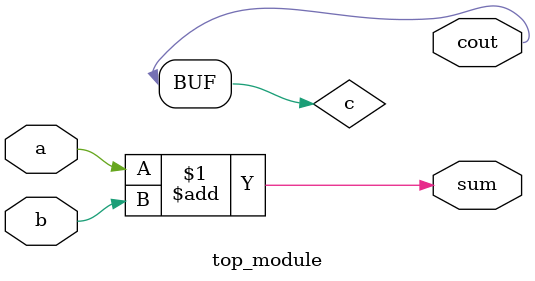
<source format=sv>
module top_module (
    input a,
    input b,
    output sum,
    output cout
);
      
  // Declare internal signals
  wire c;
  
  // Addition operation
  assign sum = a + b; 
  assign cout = c;
  
endmodule

</source>
